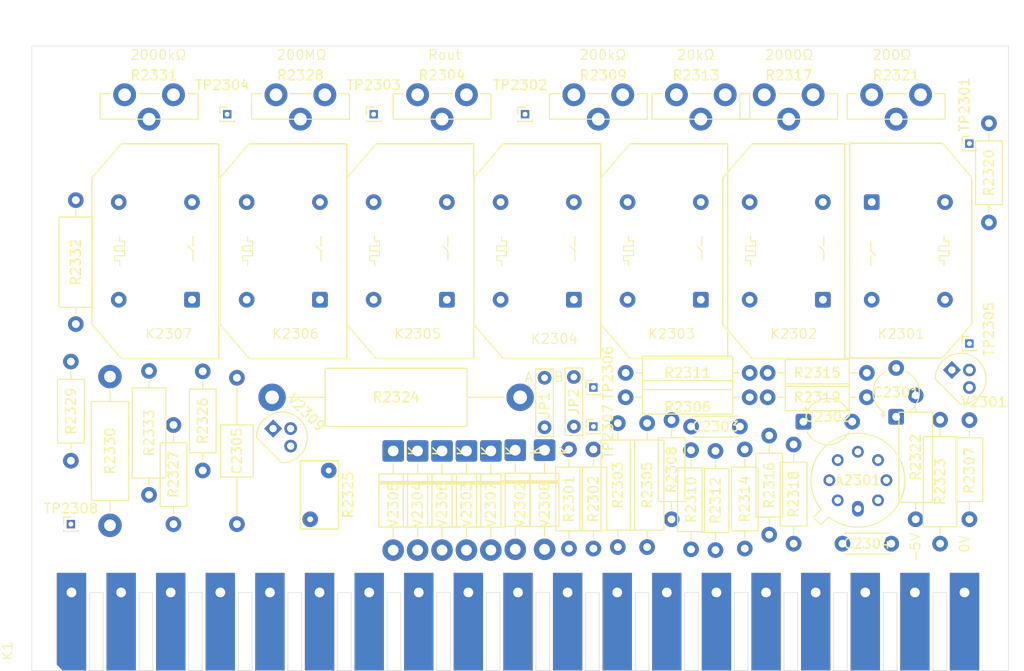
<source format=kicad_pcb>
(kicad_pcb (version 20241229) (generator "pcbnew") (generator_version "9.0")
  (title_block (title "Philips PM2528 - N23 (Current Source)") (date "2025-07-24") (rev "1.0"))
  (layers (0 "F.Cu" signal) (2 "B.Cu" signal) (13 "F.Paste" user) (15 "B.Paste" user) (5 "F.SilkS" user "F.Silkscreen") (7 "B.SilkS" user "B.Silkscreen") (1 "F.Mask" user) (3 "B.Mask" user) (25 "Edge.Cuts" user))
  (net 0 "")
  (net 2 "/_N2157")
  (net 3 "Net-(A2301-LOGIC_REFERENCE)")
  (net 4 "Net-(A2301--)")
  (net 5 "+15V")
  (net 6 "Net-(A2301-~{DISABLE})")
  (net 7 "-15V")
  (net 8 "Net-(V2301-B)")
  (net 9 "GND3")
  (net 10 "Net-(V2301-E)")
  (net 11 "Net-(V2309-B)")
  (net 12 "/Filter")
  (net 13 "Net-(JP1-A)")
  (net 14 "Net-(JP1-B)")
  (net 15 "/REL2301")
  (net 16 "/REL2304")
  (net 17 "/Iout")
  (net 20 "/REL2306")
  (net 21 "/REL2307")
  (net 22 "/N2157")
  (net 23 "/REL2303")
  (net 25 "/Vref")
  (net 26 "/REL2305")
  (net 27 "/REL2302")
  (net 28 "GND1")
  (net 29 "GND4")
  (net 30 "Net-(K2301-Pad1)")
  (net 31 "Net-(K2301-Pad5)")
  (net 32 "Net-(K2302-Pad1)")
  (net 33 "Net-(K2303-Pad1)")
  (net 34 "Net-(K2304-Pad1)")
  (net 35 "Net-(K2306-Pad5)")
  (net 36 "Net-(K2307-Pad5)")
  (net 37 "Net-(R2304-Pad3)")
  (net 38 "Net-(R2308-Pad2)")
  (net 39 "Net-(R2310-Pad2)")
  (net 40 "Net-(R2311-Pad2)")
  (net 41 "Net-(R2312-Pad2)")
  (net 42 "Net-(R2314-Pad2)")
  (net 43 "Net-(R2315-Pad2)")
  (net 44 "Net-(R2316-Pad2)")
  (net 45 "Net-(R2318-Pad2)")
  (net 46 "Net-(R2319-Pad2)")
  (net 47 "Net-(R2320-Pad2)")
  (net 48 "Net-(R2322-Pad1)")
  (net 49 "Net-(R2324-Pad2)")
  (net 50 "Net-(R2326-Pad2)")
  (net 51 "Net-(R2328-Pad2)")
  (net 52 "Net-(R2329-Pad2)")
  (net 53 "Net-(R2331-Pad2)")
  (net 54 "Net-(R2332-Pad2)")
  (footprint "PM2528:Potentiometer horizontal ceramic" (layer "F.Cu") (at 220.5 98.5 -90)
    (property "Reference" "R2309" (at -2 2 180) (layer "F.SilkS"))
    (property "Value" "22k")
    (pad "1" thru_hole circle (at 0 0 270) (size 2.34 2.34) (drill 1.3) (layers "*.Cu" "*.Mask") (net 2 "/_N2157"))
    (pad "2" thru_hole circle (at 2.5 2.5 270) (size 2.34 2.34) (drill 1.3) (layers "*.Cu" "*.Mask") (net 34 "Net-(K2304-Pad1)"))
    (pad "3" thru_hole circle (at 0 5 270) (size 2.34 2.34) (drill 1.3) (layers "*.Cu" "*.Mask") (net 38 "Net-(R2308-Pad2)"))
  )
  (footprint "Resistor_THT:R_Axial_DIN0207_L6.3mm_D2.5mm_P10.16mm_Horizontal" (layer "F.Cu") (at 258 111.58 90)
    (property "Reference" "R2320" (at 5.08 0 90) (layer "F.SilkS"))
    (property "Value" "2R15")
    (pad "1" thru_hole circle (at 0 0 90) (size 1.6 1.6) (drill 0.8) (layers "*.Cu" "*.Mask") (net 46 "Net-(R2319-Pad2)"))
    (pad "2" thru_hole circle (at 10.16 0 90) (size 1.6 1.6) (drill 0.8) (layers "*.Cu" "*.Mask") (net 47 "Net-(R2320-Pad2)"))
  )
  (footprint "Connector_PinHeader_1.00mm:PinHeader_1x01_P1.00mm_Vertical" (layer "F.Cu") (at 164 142.5)
    (property "Reference" "TP2308" (at 0 -1.61 0) (layer "F.SilkS"))
    (property "Value" "Iout")
    (pad "1" thru_hole rect (at 0 0) (size 0.85 0.85) (drill 0.5) (layers "*.Cu" "*.Mask") (net 17 "/Iout"))
  )
  (footprint "Diode_THT:D_DO-41_SOD81_P10.16mm_Horizontal" (layer "F.Cu") (at 197 135 -90)
    (property "Reference" "V2305" (at 5.5 0 90) (layer "F.SilkS"))
    (property "Value" "BAX12A")
    (fp_text user "K" (at 0 -2.1 90) (layer "F.SilkS"))
    (pad "1" thru_hole roundrect (at 0 0 270) (size 2.2 2.2) (drill 1.1) (layers "*.Cu" "*.Mask") (roundrect_rratio 0.113636) (net 29 "GND4"))
    (pad "2" thru_hole circle (at 10.16 0 270) (size 2.2 2.2) (drill 1.1) (layers "*.Cu" "*.Mask") (net 16 "/REL2304"))
  )
  (footprint "Resistor_THT:R_Axial_DIN0309_L9.0mm_D3.2mm_P12.70mm_Horizontal" (layer "F.Cu") (at 172 139.5 90)
    (property "Reference" "R2333" (at 6.35 0 90) (layer "F.SilkS"))
    (property "Value" "499k")
    (pad "1" thru_hole circle (at 0 0 90) (size 1.6 1.6) (drill 0.8) (layers "*.Cu" "*.Mask") (net 54 "Net-(R2332-Pad2)"))
    (pad "2" thru_hole circle (at 12.7 0 90) (size 1.6 1.6) (drill 0.8) (layers "*.Cu" "*.Mask") (net 17 "/Iout"))
  )
  (footprint "Resistor_THT:R_Axial_DIN0207_L6.3mm_D2.5mm_P10.16mm_Horizontal" (layer "F.Cu") (at 230 145.16 90)
    (property "Reference" "R2312" (at 5.08 0 90) (layer "F.SilkS"))
    (property "Value" "215")
    (pad "1" thru_hole circle (at 0 0 90) (size 1.6 1.6) (drill 0.8) (layers "*.Cu" "*.Mask") (net 40 "Net-(R2311-Pad2)"))
    (pad "2" thru_hole circle (at 10.16 0 90) (size 1.6 1.6) (drill 0.8) (layers "*.Cu" "*.Mask") (net 41 "Net-(R2312-Pad2)"))
  )
  (footprint "Diode_THT:D_DO-41_SOD81_P10.16mm_Horizontal" (layer "F.Cu") (at 199.5 135 -90)
    (property "Reference" "V2304" (at 5.5 0 90) (layer "F.SilkS"))
    (property "Value" "BAX12A")
    (fp_text user "K" (at 0 -2.1 90) (layer "F.SilkS"))
    (pad "1" thru_hole roundrect (at 0 0 270) (size 2.2 2.2) (drill 1.1) (layers "*.Cu" "*.Mask") (roundrect_rratio 0.113636) (net 29 "GND4"))
    (pad "2" thru_hole circle (at 10.16 0 270) (size 2.2 2.2) (drill 1.1) (layers "*.Cu" "*.Mask") (net 23 "/REL2303"))
  )
  (footprint "Connector_PinHeader_1.00mm:PinHeader_1x01_P1.00mm_Vertical" (layer "F.Cu") (at 180 100.5)
    (property "Reference" "TP2304" (at -0.5 -3 0) (layer "F.SilkS"))
    (property "Value" "~")
    (pad "1" thru_hole rect (at 0 0) (size 0.85 0.85) (drill 0.5) (layers "*.Cu" "*.Mask") (net 35 "Net-(K2306-Pad5)"))
  )
  (footprint "Resistor_THT:R_Axial_DIN0207_L6.3mm_D2.5mm_P10.16mm_Horizontal" (layer "F.Cu") (at 225.5 142 90)
    (property "Reference" "R2308" (at 5.08 0 90) (layer "F.SilkS"))
    (property "Value" "2k15")
    (pad "1" thru_hole circle (at 0 0 90) (size 1.6 1.6) (drill 0.8) (layers "*.Cu" "*.Mask") (net 2 "/_N2157"))
    (pad "2" thru_hole circle (at 10.16 0 90) (size 1.6 1.6) (drill 0.8) (layers "*.Cu" "*.Mask") (net 38 "Net-(R2308-Pad2)"))
  )
  (footprint "PM2528:Reed relay assy" (layer "F.Cu") (at 245.9 109.5)
    (property "Reference" "K2301" (at 3.1 13.5 0) (layer "F.SilkS") (effects (font (thickness 0.1))))
    (property "Value" "~")
    (pad "1" thru_hole roundrect (at 0.1 0) (size 1.6 1.6) (drill 0.8) (layers "*.Cu" "*.Mask") (roundrect_rratio 0.15625) (net 30 "Net-(K2301-Pad1)"))
    (pad "5" thru_hole circle (at 0.1 10) (size 1.6 1.6) (drill 0.8) (layers "*.Cu" "*.Mask") (net 31 "Net-(K2301-Pad5)"))
    (pad "6" thru_hole circle (at 7.6 10) (size 1.6 1.6) (drill 0.8) (layers "*.Cu" "*.Mask") (net 29 "GND4"))
    (pad "10" thru_hole circle (at 7.6 0) (size 1.6 1.6) (drill 0.8) (layers "*.Cu" "*.Mask") (net 15 "/REL2301"))
  )
  (footprint "Capacitor_THT:C_Disc_D4.3mm_W1.9mm_P5.00mm" (layer "F.Cu") (at 227.5 132.5)
    (property "Reference" "C2303" (at 2.5 0 0) (layer "F.SilkS"))
    (property "Value" "100p")
    (pad "1" thru_hole circle (at 0 0) (size 1.6 1.6) (drill 0.8) (layers "*.Cu" "*.Mask") (net 10 "Net-(V2301-E)"))
    (pad "2" thru_hole circle (at 5 0) (size 1.6 1.6) (drill 0.8) (layers "*.Cu" "*.Mask") (net 4 "Net-(A2301--)"))
  )
  (footprint "Resistor_THT:R_Axial_DIN0411_L9.9mm_D3.6mm_P15.24mm_Horizontal" (layer "F.Cu") (at 168 142.62 90)
    (property "Reference" "R2330" (at 7.62 0 90) (layer "F.SilkS"))
    (property "Value" "8M89")
    (pad "1" thru_hole circle (at 0 0 90) (size 2.4 2.4) (drill 1.2) (layers "*.Cu" "*.Mask") (net 52 "Net-(R2329-Pad2)"))
    (pad "2" thru_hole circle (at 15.24 0 90) (size 2.4 2.4) (drill 1.2) (layers "*.Cu" "*.Mask") (net 17 "/Iout"))
  )
  (footprint "Resistor_THT:R_Axial_DIN0207_L6.3mm_D2.5mm_P10.16mm_Horizontal" (layer "F.Cu") (at 227.5 145.08 90)
    (property "Reference" "R2310" (at 5.08 0 90) (layer "F.SilkS"))
    (property "Value" "2k8")
    (pad "1" thru_hole circle (at 0 0 90) (size 1.6 1.6) (drill 0.8) (layers "*.Cu" "*.Mask") (net 38 "Net-(R2308-Pad2)"))
    (pad "2" thru_hole circle (at 10.16 0 90) (size 1.6 1.6) (drill 0.8) (layers "*.Cu" "*.Mask") (net 39 "Net-(R2310-Pad2)"))
  )
  (footprint "Resistor_THT:R_Axial_DIN0207_L6.3mm_D2.5mm_P10.16mm_Horizontal" (layer "F.Cu") (at 235.5 143.58 90)
    (property "Reference" "R2316" (at 5.08 0 90) (layer "F.SilkS"))
    (property "Value" "21R5")
    (pad "1" thru_hole circle (at 0 0 90) (size 1.6 1.6) (drill 0.8) (layers "*.Cu" "*.Mask") (net 43 "Net-(R2315-Pad2)"))
    (pad "2" thru_hole circle (at 10.16 0 90) (size 1.6 1.6) (drill 0.8) (layers "*.Cu" "*.Mask") (net 44 "Net-(R2316-Pad2)"))
  )
  (footprint "PM2528:Reed relay assy" (layer "F.Cu") (at 176.5 119.5 180)
    (property "Reference" "K2307" (at 2.5 -3.5 0) (layer "F.SilkS") (effects (font (thickness 0.1))))
    (property "Value" "~")
    (pad "1" thru_hole roundrect (at 0.1 0 180) (size 1.6 1.6) (drill 0.8) (layers "*.Cu" "*.Mask") (roundrect_rratio 0.15625) (net 35 "Net-(K2306-Pad5)"))
    (pad "5" thru_hole circle (at 0.1 10 180) (size 1.6 1.6) (drill 0.8) (layers "*.Cu" "*.Mask") (net 36 "Net-(K2307-Pad5)"))
    (pad "6" thru_hole circle (at 7.6 10 180) (size 1.6 1.6) (drill 0.8) (layers "*.Cu" "*.Mask") (net 29 "GND4"))
    (pad "10" thru_hole circle (at 7.6 0 180) (size 1.6 1.6) (drill 0.8) (layers "*.Cu" "*.Mask") (net 21 "/REL2307"))
  )
  (footprint "Resistor_THT:R_Axial_DIN0309_L9.0mm_D3.2mm_P12.70mm_Horizontal" (layer "F.Cu") (at 220 144.85 90)
    (property "Reference" "R2303" (at 6.35 0 90) (layer "F.SilkS"))
    (property "Value" "200k")
    (pad "1" thru_hole circle (at 0 0 90) (size 1.6 1.6) (drill 0.8) (layers "*.Cu" "*.Mask") (net 14 "Net-(JP1-B)"))
    (pad "2" thru_hole circle (at 12.7 0 90) (size 1.6 1.6) (drill 0.8) (layers "*.Cu" "*.Mask") (net 4 "Net-(A2301--)"))
  )
  (footprint "Connector_PinHeader_1.00mm:PinHeader_1x01_P1.00mm_Vertical" (layer "F.Cu") (at 256 103.5)
    (property "Reference" "TP2301" (at -0.5 -4 90) (layer "F.SilkS"))
    (property "Value" "200Ω")
    (pad "1" thru_hole rect (at 0 0) (size 0.85 0.85) (drill 0.5) (layers "*.Cu" "*.Mask") (net 30 "Net-(K2301-Pad1)"))
  )
  (footprint "Resistor_THT:R_Axial_DIN0207_L6.3mm_D2.5mm_P10.16mm_Horizontal" (layer "F.Cu") (at 164 136 90)
    (property "Reference" "R2329" (at 5.08 0 90) (layer "F.SilkS"))
    (property "Value" "97k6")
    (pad "1" thru_hole circle (at 0 0 90) (size 1.6 1.6) (drill 0.8) (layers "*.Cu" "*.Mask") (net 51 "Net-(R2328-Pad2)"))
    (pad "2" thru_hole circle (at 10.16 0 90) (size 1.6 1.6) (drill 0.8) (layers "*.Cu" "*.Mask") (net 52 "Net-(R2329-Pad2)"))
  )
  (footprint "Connector_PinHeader_1.00mm:PinHeader_1x01_P1.00mm_Vertical" (layer "F.Cu") (at 195 100.5)
    (property "Reference" "TP2303" (at 0 -3 0) (layer "F.SilkS"))
    (property "Value" "~")
    (pad "1" thru_hole rect (at 0 0) (size 0.85 0.85) (drill 0.5) (layers "*.Cu" "*.Mask") (net 31 "Net-(K2301-Pad5)"))
  )
  (footprint "Resistor_THT:R_Axial_DIN0309_L9.0mm_D3.2mm_P12.70mm_Horizontal" (layer "F.Cu") (at 250.5 142 90)
    (property "Reference" "R2322" (at 6.35 0 90) (layer "F.SilkS"))
    (property "Value" "200")
    (pad "1" thru_hole circle (at 0 0 90) (size 1.6 1.6) (drill 0.8) (layers "*.Cu" "*.Mask") (net 48 "Net-(R2322-Pad1)"))
    (pad "2" thru_hole circle (at 12.7 0 90) (size 1.6 1.6) (drill 0.8) (layers "*.Cu" "*.Mask") (net 47 "Net-(R2320-Pad2)"))
  )
  (footprint "PM2528:PM2528_RiserCardConnector" (layer "F.Cu") (at 164.06 149.5 90)
    (property "Reference" "K1" (at -6 -6.56 90) (layer "F.SilkS") (effects (font (thickness 0.1))))
    (property "Value" "~")
    (fp_rect (start -8 1.84) (end 0 3.24) (stroke (width 0.05)) (fill no) (layer "Edge.Cuts"))
    (fp_rect (start -8 6.92) (end 0 8.32) (stroke (width 0.05)) (fill no) (layer "Edge.Cuts"))
    (fp_rect (start -8 12) (end 0 13.4) (stroke (width 0.05)) (fill no) (layer "Edge.Cuts"))
    (fp_rect (start -8 17.08) (end 0 18.48) (stroke (width 0.05)) (fill no) (layer "Edge.Cuts"))
    (fp_rect (start -8 22.16) (end 0 23.56) (stroke (width 0.05)) (fill no) (layer "Edge.Cuts"))
    (fp_rect (start -8 27.24) (end 0 28.64) (stroke (width 0.05)) (fill no) (layer "Edge.Cuts"))
    (fp_rect (start -8 32.32) (end 0 33.72) (stroke (width 0.05)) (fill no) (layer "Edge.Cuts"))
    (fp_rect (start -8 37.4) (end 0 38.8) (stroke (width 0.05)) (fill no) (layer "Edge.Cuts"))
    (fp_rect (start -8 42.48) (end 0 43.88) (stroke (width 0.05)) (fill no) (layer "Edge.Cuts"))
    (fp_rect (start -8 47.56) (end 0 48.96) (stroke (width 0.05)) (fill no) (layer "Edge.Cuts"))
    (fp_rect (start -8 52.64) (end 0 54.04) (stroke (width 0.05)) (fill no) (layer "Edge.Cuts"))
    (fp_rect (start -8 57.72) (end 0 59.12) (stroke (width 0.05)) (fill no) (layer "Edge.Cuts"))
    (fp_rect (start -8 62.8) (end 0 64.2) (stroke (width 0.05)) (fill no) (layer "Edge.Cuts"))
    (fp_rect (start -8 67.88) (end 0 69.28) (stroke (width 0.05)) (fill no) (layer "Edge.Cuts"))
    (fp_rect (start -8 72.96) (end 0 74.36) (stroke (width 0.05)) (fill no) (layer "Edge.Cuts"))
    (fp_rect (start -8 78.04) (end 0 79.44) (stroke (width 0.05)) (fill no) (layer "Edge.Cuts"))
    (fp_rect (start -8 83.12) (end 0 84.52) (stroke (width 0.05)) (fill no) (layer "Edge.Cuts"))
    (fp_rect (start -8 88.2) (end 0 89.6) (stroke (width 0.05)) (fill no) (layer "Edge.Cuts"))
    (fp_text user "-5V" (at 3 87 90) (layer "F.SilkS") (effects (font (thickness 0.1)) (justify left bottom)))
    (fp_text user "0V" (at 4 92 90) (layer "F.SilkS") (effects (font (thickness 0.1)) (justify left bottom)))
    (pad "1" thru_hole rect (at 0 91.44 90) (size 10 3) (drill 1 (offset -3 0)) (layers "*.Cu" "*.Mask") (net 9 "GND3"))
    (pad "2" thru_hole rect (at 0 86.36 90) (size 10 3) (drill 1 (offset -3 0)) (layers "*.Cu" "*.Mask"))
    (pad "3" thru_hole rect (at 0 81.28 90) (size 10 3) (drill 1 (offset -3 0)) (layers "*.Cu" "*.Mask") (net 7 "-15V"))
    (pad "4" thru_hole rect (at 0 76.2 90) (size 10 3) (drill 1 (offset -3 0)) (layers "*.Cu" "*.Mask") (net 5 "+15V"))
    (pad "5" thru_hole rect (at 0 71.12 90) (size 10 3) (drill 1 (offset -3 0)) (layers "*.Cu" "*.Mask"))
    (pad "6" thru_hole rect (at 0 66.04 90) (size 10 3) (drill 1 (offset -3 0)) (layers "*.Cu" "*.Mask"))
    (pad "7" thru_hole rect (at 0 60.96 90) (size 10 3) (drill 1 (offset -3 0)) (layers "*.Cu" "*.Mask") (net 29 "GND4"))
    (pad "8" thru_hole rect (at 0 55.88 90) (size 10 3) (drill 1 (offset -3 0)) (layers "*.Cu" "*.Mask") (net 22 "/N2157"))
    (pad "9" thru_hole rect (at 0 50.8 90) (size 10 3) (drill 1 (offset -3 0)) (layers "*.Cu" "*.Mask") (net 25 "/Vref"))
    (pad "10" thru_hole rect (at 0 45.72 90) (size 10 3) (drill 1 (offset -3 0)) (layers "*.Cu" "*.Mask") (net 15 "/REL2301"))
    (pad "11" thru_hole rect (at 0 40.64 90) (size 10 3) (drill 1 (offset -3 0)) (layers "*.Cu" "*.Mask") (net 27 "/REL2302"))
    (pad "12" thru_hole rect (at 0 35.56 90) (size 10 3) (drill 1 (offset -3 0)) (layers "*.Cu" "*.Mask") (net 23 "/REL2303"))
    (pad "13" thru_hole rect (at 0 30.48 90) (size 10 3) (drill 1 (offset -3 0)) (layers "*.Cu" "*.Mask") (net 16 "/REL2304"))
    (pad "14" thru_hole rect (at 0 25.4 90) (size 10 3) (drill 1 (offset -3 0)) (layers "*.Cu" "*.Mask") (net 26 "/REL2305"))
    (pad "15" thru_hole rect (at 0 20.32 90) (size 10 3) (drill 1 (offset -3 0)) (layers "*.Cu" "*.Mask") (net 20 "/REL2306"))
    (pad "16" thru_hole rect (at 0 15.24 90) (size 10 3) (drill 1 (offset -3 0)) (layers "*.Cu" "*.Mask") (net 21 "/REL2307"))
    (pad "17" thru_hole rect (at 0 10.16 90) (size 10 3) (drill 1 (offset -3 0)) (layers "*.Cu" "*.Mask") (net 12 "/Filter"))
    (pad "18" thru_hole rect (at 0 5.08 90) (size 10 3) (drill 1 (offset -3 0)) (layers "*.Cu" "*.Mask") (net 28 "GND1"))
    (pad "19" thru_hole roundrect (at 0 0 90) (size 10 3) (drill 1 (offset -3 0)) (layers "*.Cu" "*.Mask") (roundrect_rratio 0) (chamfer_ratio 0.2) (chamfer top_left) (net 17 "/Iout"))
  )
  (footprint "PM2528:Reed relay assy" (layer "F.Cu") (at 215.6 119.5 180)
    (property "Reference" "K2304" (at 2.1 -4 0) (layer "F.SilkS") (effects (font (thickness 0.1))))
    (property "Value" "~")
    (pad "1" thru_hole roundrect (at 0.1 0 180) (size 1.6 1.6) (drill 0.8) (layers "*.Cu" "*.Mask") (roundrect_rratio 0.15625) (net 34 "Net-(K2304-Pad1)"))
    (pad "5" thru_hole circle (at 0.1 10 180) (size 1.6 1.6) (drill 0.8) (layers "*.Cu" "*.Mask") (net 31 "Net-(K2301-Pad5)"))
    (pad "6" thru_hole circle (at 7.6 10 180) (size 1.6 1.6) (drill 0.8) (layers "*.Cu" "*.Mask") (net 29 "GND4"))
    (pad "10" thru_hole circle (at 7.6 0 180) (size 1.6 1.6) (drill 0.8) (layers "*.Cu" "*.Mask") (net 16 "/REL2304"))
  )
  (footprint "Resistor_THT:R_Axial_DIN0309_L9.0mm_D3.2mm_P12.70mm_Horizontal" (layer "F.Cu") (at 220.8 129.5)
    (property "Reference" "R2306" (at 6.35 1 0) (layer "F.SilkS"))
    (property "Value" "402k")
    (pad "1" thru_hole circle (at 0 0) (size 1.6 1.6) (drill 0.8) (layers "*.Cu" "*.Mask") (net 4 "Net-(A2301--)"))
    (pad "2" thru_hole circle (at 12.7 0) (size 1.6 1.6) (drill 0.8) (layers "*.Cu" "*.Mask") (net 10 "Net-(V2301-E)"))
  )
  (footprint "Connector_PinHeader_1.00mm:PinHeader_1x01_P1.00mm_Vertical" (layer "F.Cu") (at 210.5 100.5)
    (property "Reference" "TP2302" (at -0.5 -3 0) (layer "F.SilkS"))
    (property "Value" "MeasZero")
    (pad "1" thru_hole rect (at 0 0) (size 0.85 0.85) (drill 0.5) (layers "*.Cu" "*.Mask") (net 28 "GND1"))
  )
  (footprint "Capacitor_THT:C_Disc_D4.3mm_W1.9mm_P5.00mm" (layer "F.Cu") (at 243 144.5)
    (property "Reference" "C2304" (at 2.5 0 0) (layer "F.SilkS"))
    (property "Value" "33p")
    (pad "1" thru_hole circle (at 0 0) (size 1.6 1.6) (drill 0.8) (layers "*.Cu" "*.Mask") (net 3 "Net-(A2301-LOGIC_REFERENCE)"))
    (pad "2" thru_hole circle (at 5 0) (size 1.6 1.6) (drill 0.8) (layers "*.Cu" "*.Mask") (net 6 "Net-(A2301-~{DISABLE})"))
  )
  (footprint "Connector_PinHeader_1.00mm:PinHeader_1x01_P1.00mm_Vertical" (layer "F.Cu") (at 217.5 132.5)
    (property "Reference" "TP2307" (at 1.5 0.5 270) (layer "F.SilkS"))
    (property "Value" "Vref")
    (pad "1" thru_hole rect (at 0 0) (size 0.85 0.85) (drill 0.5) (layers "*.Cu" "*.Mask") (net 25 "/Vref"))
  )
  (footprint "PM2528:Potentiometer horizontal ceramic" (layer "F.Cu") (at 251 98.5 -90)
    (property "Reference" "R2321" (at -2 2.5 180) (layer "F.SilkS"))
    (property "Value" "33")
    (pad "1" thru_hole circle (at 0 0 270) (size 2.34 2.34) (drill 1.3) (layers "*.Cu" "*.Mask") (net 46 "Net-(R2319-Pad2)"))
    (pad "2" thru_hole circle (at 2.5 2.5 270) (size 2.34 2.34) (drill 1.3) (layers "*.Cu" "*.Mask") (net 30 "Net-(K2301-Pad1)"))
    (pad "3" thru_hole circle (at 0 5 270) (size 2.34 2.34) (drill 1.3) (layers "*.Cu" "*.Mask") (net 47 "Net-(R2320-Pad2)"))
  )
  (footprint "PM2528:Potentiometer horizontal ceramic" (layer "F.Cu") (at 231 98.5 -90)
    (property "Reference" "R2313" (at -2 3 180) (layer "F.SilkS"))
    (property "Value" "2k2")
    (pad "1" thru_hole circle (at 0 0 270) (size 2.34 2.34) (drill 1.3) (layers "*.Cu" "*.Mask") (net 40 "Net-(R2311-Pad2)"))
    (pad "2" thru_hole circle (at 2.5 2.5 270) (size 2.34 2.34) (drill 1.3) (layers "*.Cu" "*.Mask") (net 33 "Net-(K2303-Pad1)"))
    (pad "3" thru_hole circle (at 0 5 270) (size 2.34 2.34) (drill 1.3) (layers "*.Cu" "*.Mask") (net 41 "Net-(R2312-Pad2)"))
  )
  (footprint "Resistor_THT:R_Axial_DIN0207_L6.3mm_D2.5mm_P10.16mm_Horizontal" (layer "F.Cu") (at 238 144.5 90)
    (property "Reference" "R2318" (at 5.08 0 90) (layer "F.SilkS"))
    (property "Value" "28")
    (pad "1" thru_hole circle (at 0 0 90) (size 1.6 1.6) (drill 0.8) (layers "*.Cu" "*.Mask") (net 44 "Net-(R2316-Pad2)"))
    (pad "2" thru_hole circle (at 10.16 0 90) (size 1.6 1.6) (drill 0.8) (layers "*.Cu" "*.Mask") (net 45 "Net-(R2318-Pad2)"))
  )
  (footprint "Diode_THT:D_DO-41_SOD81_P10.16mm_Horizontal" (layer "F.Cu") (at 212.5 134.92 -90)
    (property "Reference" "V2308" (at 5.58 0 90) (layer "F.SilkS"))
    (property "Value" "BAX12A")
    (fp_text user "K" (at 0 -2.1 90) (layer "F.SilkS"))
    (pad "1" thru_hole roundrect (at 0 0 270) (size 2.2 2.2) (drill 1.1) (layers "*.Cu" "*.Mask") (roundrect_rratio 0.113636) (net 29 "GND4"))
    (pad "2" thru_hole circle (at 10.16 0 270) (size 2.2 2.2) (drill 1.1) (layers "*.Cu" "*.Mask") (net 21 "/REL2307"))
  )
  (footprint "PM2528:Potentiometer horizontal ceramic" (layer "F.Cu") (at 174.5 98.5 -90)
    (property "Reference" "R2331" (at -2 2 180) (layer "F.SilkS"))
    (property "Value" "4k7")
    (pad "1" thru_hole circle (at 0 0 270) (size 2.34 2.34) (drill 1.3) (layers "*.Cu" "*.Mask") (net 36 "Net-(K2307-Pad5)"))
    (pad "2" thru_hole circle (at 2.5 2.5 270) (size 2.34 2.34) (drill 1.3) (layers "*.Cu" "*.Mask") (net 53 "Net-(R2331-Pad2)"))
    (pad "3" thru_hole circle (at 0 5 270) (size 2.34 2.34) (drill 1.3) (layers "*.Cu" "*.Mask") (net 53 "Net-(R2331-Pad2)"))
  )
  (footprint "Resistor_THT:R_Axial_DIN0207_L6.3mm_D2.5mm_P10.16mm_Horizontal" (layer "F.Cu") (at 217.5 145 90)
    (property "Reference" "R2302" (at 5.08 0 90) (layer "F.SilkS"))
    (property "Value" "487")
    (pad "1" thru_hole circle (at 0 0 90) (size 1.6 1.6) (drill 0.8) (layers "*.Cu" "*.Mask") (net 13 "Net-(JP1-A)"))
    (pad "2" thru_hole circle (at 10.16 0 90) (size 1.6 1.6) (drill 0.8) (layers "*.Cu" "*.Mask") (net 14 "Net-(JP1-B)"))
  )
  (footprint "TestPoint:TestPoint_Bridge_Pitch5.08mm_Drill0.7mm" (layer "F.Cu") (at 212.5 127.5 -90)
    (property "Reference" "JP1" (at 2.8 0 90) (layer "F.SilkS"))
    (property "Value" "A")
    (pad "1" thru_hole circle (at 0 0 270) (size 1.4 1.4) (drill 0.7) (layers "*.Cu" "*.Mask") (net 13 "Net-(JP1-A)"))
    (pad "1" thru_hole circle (at 5.08 0 270) (size 1.4 1.4) (drill 0.7) (layers "*.Cu" "*.Mask") (net 13 "Net-(JP1-A)"))
  )
  (footprint "Connector_PinHeader_1.00mm:PinHeader_1x01_P1.00mm_Vertical" (layer "F.Cu") (at 217.5 128.5)
    (property "Reference" "TP2306" (at 1.5 -1.5 90) (layer "F.SilkS"))
    (property "Value" "N2157")
    (pad "1" thru_hole rect (at 0 0) (size 0.85 0.85) (drill 0.5) (layers "*.Cu" "*.Mask") (net 22 "/N2157"))
  )
  (footprint "Resistor_THT:R_Axial_DIN0614_L14.3mm_D5.7mm_P25.40mm_Horizontal" (layer "F.Cu") (at 184.6 129.5)
    (property "Reference" "R2324" (at 12.7 0 0) (layer "F.SilkS"))
    (property "Value" "330")
    (pad "1" thru_hole circle (at 0 0) (size 2.8 2.8) (drill 1.4) (layers "*.Cu" "*.Mask") (net 11 "Net-(V2309-B)"))
    (pad "2" thru_hole circle (at 25.4 0) (size 2.8 2.8) (drill 1.4) (layers "*.Cu" "*.Mask") (net 49 "Net-(R2324-Pad2)"))
  )
  (footprint "Resistor_THT:R_Axial_DIN0309_L9.0mm_D3.2mm_P12.70mm_Horizontal" (layer "F.Cu") (at 220.8 127)
    (property "Reference" "R2311" (at 6.35 0 0) (layer "F.SilkS"))
    (property "Value" "357k")
    (pad "1" thru_hole circle (at 0 0) (size 1.6 1.6) (drill 0.8) (layers "*.Cu" "*.Mask") (net 39 "Net-(R2310-Pad2)"))
    (pad "2" thru_hole circle (at 12.7 0) (size 1.6 1.6) (drill 0.8) (layers "*.Cu" "*.Mask") (net 40 "Net-(R2311-Pad2)"))
  )
  (footprint "PM2528:Reed relay assy" (layer "F.Cu") (at 241.1 119.5 180)
    (property "Reference" "K2302" (at 3.1 -3.5 0) (layer "F.SilkS") (effects (font (thickness 0.1))))
    (property "Value" "~")
    (pad "1" thru_hole roundrect (at 0.1 0 180) (size 1.6 1.6) (drill 0.8) (layers "*.Cu" "*.Mask") (roundrect_rratio 0.15625) (net 32 "Net-(K2302-Pad1)"))
    (pad "5" thru_hole circle (at 0.1 10 180) (size 1.6 1.6) (drill 0.8) (layers "*.Cu" "*.Mask") (net 31 "Net-(K2301-Pad5)"))
    (pad "6" thru_hole circle (at 7.6 10 180) (size 1.6 1.6) (drill 0.8) (layers "*.Cu" "*.Mask") (net 29 "GND4"))
    (pad "10" thru_hole circle (at 7.6 0 180) (size 1.6 1.6) (drill 0.8) (layers "*.Cu" "*.Mask") (net 27 "/REL2302"))
  )
  (footprint "Resistor_THT:R_Axial_DIN0207_L6.3mm_D2.5mm_P10.16mm_Horizontal" (layer "F.Cu") (at 174.5 142.5 90)
    (property "Reference" "R2327" (at 5.08 0 90) (layer "F.SilkS"))
    (property "Value" "3R32")
    (pad "1" thru_hole circle (at 0 0 90) (size 1.6 1.6) (drill 0.8) (layers "*.Cu" "*.Mask") (net 50 "Net-(R2326-Pad2)"))
    (pad "2" thru_hole circle (at 10.16 0 90) (size 1.6 1.6) (drill 0.8) (layers "*.Cu" "*.Mask") (net 28 "GND1"))
  )
  (footprint "PM2528:Reed relay assy" (layer "F.Cu") (at 228.6 119.5 180)
    (property "Reference" "K2303" (at 3.1 -3.5 0) (layer "F.SilkS") (effects (font (thickness 0.1))))
    (property "Value" "~")
    (pad "1" thru_hole roundrect (at 0.1 0 180) (size 1.6 1.6) (drill 0.8) (layers "*.Cu" "*.Mask") (roundrect_rratio 0.15625) (net 33 "Net-(K2303-Pad1)"))
    (pad "5" thru_hole circle (at 0.1 10 180) (size 1.6 1.6) (drill 0.8) (layers "*.Cu" "*.Mask") (net 31 "Net-(K2301-Pad5)"))
    (pad "6" thru_hole circle (at 7.6 10 180) (size 1.6 1.6) (drill 0.8) (layers "*.Cu" "*.Mask") (net 29 "GND4"))
    (pad "10" thru_hole circle (at 7.6 0 180) (size 1.6 1.6) (drill 0.8) (layers "*.Cu" "*.Mask") (net 23 "/REL2303"))
  )
  (footprint "PM2528:Potentiometer horizontal ceramic" (layer "F.Cu") (at 204.5 98.5 -90)
    (property "Reference" "R2304" (at -2 2.5 0) (layer "F.SilkS"))
    (property "Value" "1K5")
    (pad "1" thru_hole circle (at 0 0 270) (size 2.34 2.34) (drill 1.3) (layers "*.Cu" "*.Mask") (net 22 "/N2157"))
    (pad "2" thru_hole circle (at 2.5 2.5 270) (size 2.34 2.34) (drill 1.3) (layers "*.Cu" "*.Mask") (net 22 "/N2157"))
    (pad "3" thru_hole circle (at 0 5 270) (size 2.34 2.34) (drill 1.3) (layers "*.Cu" "*.Mask") (net 37 "Net-(R2304-Pad3)"))
  )
  (footprint "Diode_THT:D_DO-41_SOD81_P10.16mm_Horizontal" (layer "F.Cu") (at 209.5 134.92 -90)
    (property "Reference" "V2302" (at 5.58 -0.5 90) (layer "F.SilkS"))
    (property "Value" "BAX12A")
    (fp_text user "K" (at 0 -2.1 90) (layer "F.SilkS"))
    (pad "1" thru_hole roundrect (at 0 0 270) (size 2.2 2.2) (drill 1.1) (layers "*.Cu" "*.Mask") (roundrect_rratio 0.113636) (net 29 "GND4"))
    (pad "2" thru_hole circle (at 10.16 0 270) (size 2.2 2.2) (drill 1.1) (layers "*.Cu" "*.Mask") (net 15 "/REL2301"))
  )
  (footprint "Capacitor_THT:CP_Radial_Tantal_D4.5mm_P5.00mm" (layer "F.Cu") (at 239 132)
    (property "Reference" "C2302" (at 2.5 -0.5 0) (layer "F.SilkS"))
    (property "Value" "4u7")
    (pad "1" thru_hole roundrect (at 0 0) (size 1.6 1.6) (drill 0.8) (layers "*.Cu" "*.Mask") (roundrect_rratio 0.15625) (net 5 "+15V"))
    (pad "2" thru_hole circle (at 5 0) (size 1.6 1.6) (drill 0.8) (layers "*.Cu" "*.Mask") (net 9 "GND3"))
  )
  (footprint "TestPoint:TestPoint_Bridge_Pitch5.08mm_Drill0.7mm" (layer "F.Cu") (at 215.5 132.5 90)
    (property "Reference" "JP2" (at 2.54 0 90) (layer "F.SilkS"))
    (property "Value" "B")
    (pad "1" thru_hole circle (at 0 0 90) (size 1.4 1.4) (drill 0.7) (layers "*.Cu" "*.Mask") (net 14 "Net-(JP1-B)"))
    (pad "1" thru_hole circle (at 5.08 0 90) (size 1.4 1.4) (drill 0.7) (layers "*.Cu" "*.Mask") (net 14 "Net-(JP1-B)"))
  )
  (footprint "Resistor_THT:R_Axial_DIN0309_L9.0mm_D3.2mm_P12.70mm_Horizontal" (layer "F.Cu") (at 164.5 122 90)
    (property "Reference" "R2332" (at 6.35 0 90) (layer "F.SilkS"))
    (property "Value" "499k")
    (pad "1" thru_hole circle (at 0 0 90) (size 1.6 1.6) (drill 0.8) (layers "*.Cu" "*.Mask") (net 53 "Net-(R2331-Pad2)"))
    (pad "2" thru_hole circle (at 12.7 0 90) (size 1.6 1.6) (drill 0.8) (layers "*.Cu" "*.Mask") (net 54 "Net-(R2332-Pad2)"))
  )
  (footprint "Resistor_THT:R_Axial_DIN0207_L6.3mm_D2.5mm_P10.16mm_Horizontal" (layer "F.Cu") (at 215 145 90)
    (property "Reference" "R2301" (at 5.08 0 90) (layer "F.SilkS"))
    (property "Value" "487")
    (pad "1" thru_hole circle (at 0 0 90) (size 1.6 1.6) (drill 0.8) (layers "*.Cu" "*.Mask") (net 25 "/Vref"))
    (pad "2" thru_hole circle (at 10.16 0 90) (size 1.6 1.6) (drill 0.8) (layers "*.Cu" "*.Mask") (net 13 "Net-(JP1-A)"))
  )
  (footprint "Resistor_THT:R_Axial_DIN0207_L6.3mm_D2.5mm_P10.16mm_Horizontal" (layer "F.Cu") (at 177.5 137 90)
    (property "Reference" "R2326" (at 5.08 0 90) (layer "F.SilkS"))
    (property "Value" "898")
    (pad "1" thru_hole circle (at 0 0 90) (size 1.6 1.6) (drill 0.8) (layers "*.Cu" "*.Mask") (net 35 "Net-(K2306-Pad5)"))
    (pad "2" thru_hole circle (at 10.16 0 90) (size 1.6 1.6) (drill 0.8) (layers "*.Cu" "*.Mask") (net 50 "Net-(R2326-Pad2)"))
  )
  (footprint "Varistor:RV_Disc_D7mm_W3.9mm_P5mm" (layer "F.Cu") (at 188.5 142 90)
    (property "Reference" "R2325" (at 2.5 3.9 90) (layer "F.SilkS"))
    (property "Value" "100")
    (pad "1" thru_hole circle (at 0 0 90) (size 1.6 1.6) (drill 0.6) (layers "*.Cu" "*.Mask") (net 49 "Net-(R2324-Pad2)"))
    (pad "2" thru_hole circle (at 5 1.9 90) (size 1.6 1.6) (drill 0.6) (layers "*.Cu" "*.Mask") (net 17 "/Iout"))
  )
  (footprint "PM2528:Potentiometer horizontal ceramic" (layer "F.Cu") (at 240 98.5 -90)
    (property "Reference" "R2317" (at -2 2.5 180) (layer "F.SilkS"))
    (property "Value" "220")
    (pad "1" thru_hole circle (at 0 0 270) (size 2.34 2.34) (drill 1.3) (layers "*.Cu" "*.Mask") (net 43 "Net-(R2315-Pad2)"))
    (pad "2" thru_hole circle (at 2.5 2.5 270) (size 2.34 2.34) (drill 1.3) (layers "*.Cu" "*.Mask") (net 32 "Net-(K2302-Pad1)"))
    (pad "3" thru_hole circle (at 0 5 270) (size 2.34 2.34) (drill 1.3) (layers "*.Cu" "*.Mask") (net 44 "Net-(R2316-Pad2)"))
  )
  (footprint "Resistor_THT:R_Axial_DIN0207_L6.3mm_D2.5mm_P10.16mm_Horizontal" (layer "F.Cu") (at 256 142 90)
    (property "Reference" "R2307" (at 5 0 90) (layer "F.SilkS"))
    (property "Value" "38k3")
    (pad "1" thru_hole circle (at 0 0 90) (size 1.6 1.6) (drill 0.8) (layers "*.Cu" "*.Mask") (net 5 "+15V"))
    (pad "2" thru_hole circle (at 10.16 0 90) (size 1.6 1.6) (drill 0.8) (layers "*.Cu" "*.Mask") (net 10 "Net-(V2301-E)"))
  )
  (footprint "Resistor_THT:R_Axial_DIN0207_L6.3mm_D2.5mm_P10.16mm_Horizontal" (layer "F.Cu") (at 235.34 129.5)
    (property "Reference" "R2319" (at 5.08 0 0) (layer "F.SilkS"))
    (property "Value" "3k57")
    (pad "1" thru_hole circle (at 0 0) (size 1.6 1.6) (drill 0.8) (layers "*.Cu" "*.Mask") (net 45 "Net-(R2318-Pad2)"))
    (pad "2" thru_hole circle (at 10.16 0) (size 1.6 1.6) (drill 0.8) (layers "*.Cu" "*.Mask") (net 46 "Net-(R2319-Pad2)"))
  )
  (footprint "Package_TO_SOT_THT:TO-99-8" (layer "F.Cu") (at 244.58 140.92 90)
    (property "Reference" "A2301" (at 2.92 0 180) (layer "F.SilkS"))
    (property "Value" "LM208AH")
    (pad "1" thru_hole oval (at 0 0 90) (size 1.6 1.2) (drill 0.7) (layers "*.Cu" "*.Mask") (net 3 "Net-(A2301-LOGIC_REFERENCE)"))
    (pad "2" thru_hole circle (at 0.855248 2.064752 90) (size 1.2 1.2) (drill 0.7) (layers "*.Cu" "*.Mask") (net 4 "Net-(A2301--)"))
    (pad "3" thru_hole circle (at 2.92 2.92 90) (size 1.2 1.2) (drill 0.7) (layers "*.Cu" "*.Mask") (net 2 "/_N2157"))
    (pad "4" thru_hole circle (at 4.984752 2.064752 90) (size 1.2 1.2) (drill 0.7) (layers "*.Cu" "*.Mask") (net 7 "-15V"))
    (pad "5" thru_hole circle (at 5.840001 0 90) (size 1.2 1.2) (drill 0.7) (layers "*.Cu" "*.Mask"))
    (pad "6" thru_hole circle (at 4.984752 -2.064752 90) (size 1.2 1.2) (drill 0.7) (layers "*.Cu" "*.Mask") (net 8 "Net-(V2301-B)"))
    (pad "7" thru_hole circle (at 2.92 -2.92 90) (size 1.2 1.2) (drill 0.7) (layers "*.Cu" "*.Mask") (net 5 "+15V"))
    (pad "8" thru_hole circle (at 0.855248 -2.064752 90) (size 1.2 1.2) (drill 0.7) (layers "*.Cu" "*.Mask") (net 6 "Net-(A2301-~{DISABLE})"))
  )
  (footprint "Diode_THT:D_DO-41_SOD81_P10.16mm_Horizontal" (layer "F.Cu") (at 207 135 -90)
    (property "Reference" "V2307" (at 5.5 0 90) (layer "F.SilkS"))
    (property "Value" "BAX12A")
    (fp_text user "K" (at 0 -2.1 90) (layer "F.SilkS"))
    (pad "1" thru_hole roundrect (at 0 0 270) (size 2.2 2.2) (drill 1.1) (layers "*.Cu" "*.Mask") (roundrect_rratio 0.113636) (net 29 "GND4"))
    (pad "2" thru_hole circle (at 10.16 0 270) (size 2.2 2.2) (drill 1.1) (layers "*.Cu" "*.Mask") (net 20 "/REL2306"))
  )
  (footprint "Package_TO_SOT_THT:TO-92" (layer "F.Cu") (at 254.203949 126.703949 -45)
    (property "Reference" "V2301" (at 4.66132 0 0) (layer "F.SilkS"))
    (property "Value" "BC557B")
    (pad "1" thru_hole rect (at 0 0 315) (size 1.3 1.3) (drill 0.75) (layers "*.Cu" "*.Mask") (net 7 "-15V"))
    (pad "2" thru_hole circle (at 1.27 -1.27 315) (size 1.3 1.3) (drill 0.75) (layers "*.Cu" "*.Mask") (net 8 "Net-(V2301-B)"))
    (pad "3" thru_hole circle (at 2.54 0 315) (size 1.3 1.3) (drill 0.75) (layers "*.Cu" "*.Mask") (net 10 "Net-(V2301-E)"))
  )
  (footprint "PM2528:Reed relay assy" (layer "F.Cu") (at 189.6 119.5 180)
    (property "Reference" "K2306" (at 2.6 -3.5 0) (layer "F.SilkS") (effects (font (thickness 0.1))))
    (property "Value" "~")
    (pad "1" thru_hole roundrect (at 0.1 0 180) (size 1.6 1.6) (drill 0.8) (layers "*.Cu" "*.Mask") (roundrect_rratio 0.15625) (net 31 "Net-(K2301-Pad5)"))
    (pad "5" thru_hole circle (at 0.1 10 180) (size 1.6 1.6) (drill 0.8) (layers "*.Cu" "*.Mask") (net 35 "Net-(K2306-Pad5)"))
    (pad "6" thru_hole circle (at 7.6 10 180) (size 1.6 1.6) (drill 0.8) (layers "*.Cu" "*.Mask") (net 29 "GND4"))
    (pad "10" thru_hole circle (at 7.6 0 180) (size 1.6 1.6) (drill 0.8) (layers "*.Cu" "*.Mask") (net 20 "/REL2306"))
  )
  (footprint "Resistor_THT:R_Axial_DIN0207_L6.3mm_D2.5mm_P10.16mm_Horizontal" (layer "F.Cu") (at 235.34 127)
    (property "Reference" "R2315" (at 5.08 0 0) (layer "F.SilkS"))
    (property "Value" "35k7")
    (pad "1" thru_hole circle (at 0 0) (size 1.6 1.6) (drill 0.8) (layers "*.Cu" "*.Mask") (net 42 "Net-(R2314-Pad2)"))
    (pad "2" thru_hole circle (at 10.16 0) (size 1.6 1.6) (drill 0.8) (layers "*.Cu" "*.Mask") (net 43 "Net-(R2315-Pad2)"))
  )
  (footprint "PM2528:Potentiometer horizontal ceramic" (layer "F.Cu") (at 190 98.5 -90)
    (property "Reference" "R2328" (at -2 2.5 180) (layer "F.SilkS"))
    (property "Value" "100k")
    (pad "1" thru_hole circle (at 0 0 270) (size 2.34 2.34) (drill 1.3) (layers "*.Cu" "*.Mask") (net 35 "Net-(K2306-Pad5)"))
    (pad "2" thru_hole circle (at 2.5 2.5 270) (size 2.34 2.34) (drill 1.3) (layers "*.Cu" "*.Mask") (net 51 "Net-(R2328-Pad2)"))
    (pad "3" thru_hole circle (at 0 5 270) (size 2.34 2.34) (drill 1.3) (layers "*.Cu" "*.Mask") (net 51 "Net-(R2328-Pad2)"))
  )
  (footprint "Resistor_THT:R_Axial_DIN0309_L9.0mm_D3.2mm_P12.70mm_Horizontal" (layer "F.Cu") (at 223 144.85 90)
    (property "Reference" "R2305" (at 6.35 0 90) (layer "F.SilkS"))
    (property "Value" "200k")
    (pad "1" thru_hole circle (at 0 0 90) (size 1.6 1.6) (drill 0.8) (layers "*.Cu" "*.Mask") (net 37 "Net-(R2304-Pad3)"))
    (pad "2" thru_hole circle (at 12.7 0 90) (size 1.6 1.6) (drill 0.8) (layers "*.Cu" "*.Mask") (net 2 "/_N2157"))
  )
  (footprint "Diode_THT:D_DO-41_SOD81_P10.16mm_Horizontal" (layer "F.Cu") (at 204.5 135 -90)
    (property "Reference" "V2303" (at 5.5 0 90) (layer "F.SilkS"))
    (property "Value" "BAX12A")
    (fp_text user "K" (at 0 -2.1 90) (layer "F.SilkS"))
    (pad "1" thru_hole roundrect (at 0 0 270) (size 2.2 2.2) (drill 1.1) (layers "*.Cu" "*.Mask") (roundrect_rratio 0.113636) (net 29 "GND4"))
    (pad "2" thru_hole circle (at 10.16 0 270) (size 2.2 2.2) (drill 1.1) (layers "*.Cu" "*.Mask") (net 27 "/REL2302"))
  )
  (footprint "Connector_PinHeader_1.00mm:PinHeader_1x01_P1.00mm_Vertical" (layer "F.Cu") (at 256 124)
    (property "Reference" "TP2305" (at 2 -1.5 90) (layer "F.SilkS"))
    (property "Value" "~")
    (pad "1" thru_hole rect (at 0 0) (size 0.85 0.85) (drill 0.5) (layers "*.Cu" "*.Mask") (net 10 "Net-(V2301-E)"))
  )
  (footprint "Diode_THT:D_DO-41_SOD81_P10.16mm_Horizontal" (layer "F.Cu") (at 202 135 -90)
    (property "Reference" "V2306" (at 5.5 0 90) (layer "F.SilkS"))
    (property "Value" "BAX12A")
    (fp_text user "K" (at 0 -2.1 90) (layer "F.SilkS"))
    (pad "1" thru_hole roundrect (at 0 0 270) (size 2.2 2.2) (drill 1.1) (layers "*.Cu" "*.Mask") (roundrect_rratio 0.113636) (net 29 "GND4"))
    (pad "2" thru_hole circle (at 10.16 0 270) (size 2.2 2.2) (drill 1.1) (layers "*.Cu" "*.Mask") (net 26 "/REL2305"))
  )
  (footprint "Resistor_THT:R_Axial_DIN0207_L6.3mm_D2.5mm_P10.16mm_Horizontal" (layer "F.Cu") (at 233 145 90)
    (property "Reference" "R2314" (at 5.08 0 90) (layer "F.SilkS"))
    (property "Value" "280")
    (pad "1" thru_hole circle (at 0 0 90) (size 1.6 1.6) (drill 0.8) (layers "*.Cu" "*.Mask") (net 41 "Net-(R2312-Pad2)"))
    (pad "2" thru_hole circle (at 10.16 0 90) (size 1.6 1.6) (drill 0.8) (layers "*.Cu" "*.Mask") (net 42 "Net-(R2314-Pad2)"))
  )
  (footprint "Resistor_THT:R_Axial_DIN0309_L9.0mm_D3.2mm_P12.70mm_Horizontal" (layer "F.Cu") (at 253 144.5 90)
    (property "Reference" "R2323" (at 6.35 0 90) (layer "F.SilkS"))
    (property "Value" "200")
    (pad "1" thru_hole circle (at 0 0 90) (size 1.6 1.6) (drill 0.8) (layers "*.Cu" "*.Mask") (net 10 "Net-(V2301-E)"))
    (pad "2" thru_hole circle (at 12.7 0 90) (size 1.6 1.6) (drill 0.8) (layers "*.Cu" "*.Mask") (net 48 "Net-(R2322-Pad1)"))
  )
  (footprint "Package_TO_SOT_THT:TO-92" (layer "F.Cu") (at 184.703949 132.703949 -45)
    (property "Reference" "V2309" (at 1.27 -3.560001 135) (layer "F.SilkS"))
    (property "Value" "BC337")
    (pad "1" thru_hole rect (at 0 0 315) (size 1.3 1.3) (drill 0.75) (layers "*.Cu" "*.Mask") (net 11 "Net-(V2309-B)"))
    (pad "2" thru_hole circle (at 1.27 -1.27 315) (size 1.3 1.3) (drill 0.75) (layers "*.Cu" "*.Mask") (net 11 "Net-(V2309-B)"))
    (pad "3" thru_hole circle (at 2.54 0 315) (size 1.3 1.3) (drill 0.75) (layers "*.Cu" "*.Mask") (net 28 "GND1"))
  )
  (footprint "Capacitor_THT:C_Axial_L5.1mm_D3.1mm_P15.00mm_Horizontal" (layer "F.Cu") (at 181 142.5 90)
    (property "Reference" "C2305" (at 7.5 0 90) (layer "F.SilkS"))
    (property "Value" "1n33")
    (pad "1" thru_hole circle (at 0 0 90) (size 1.6 1.6) (drill 0.8) (layers "*.Cu" "*.Mask") (net 11 "Net-(V2309-B)"))
    (pad "2" thru_hole circle (at 15 0 90) (size 1.6 1.6) (drill 0.8) (layers "*.Cu" "*.Mask") (net 12 "/Filter"))
  )
  (footprint "PM2528:Reed relay assy" (layer "F.Cu") (at 202.6 119.5 180)
    (property "Reference" "K2305" (at 3.1 -3.5 0) (layer "F.SilkS") (effects (font (thickness 0.1))))
    (property "Value" "~")
    (pad "1" thru_hole roundrect (at 0.1 0 180) (size 1.6 1.6) (drill 0.8) (layers "*.Cu" "*.Mask") (roundrect_rratio 0.15625) (net 11 "Net-(V2309-B)"))
    (pad "5" thru_hole circle (at 0.1 10 180) (size 1.6 1.6) (drill 0.8) (layers "*.Cu" "*.Mask") (net 31 "Net-(K2301-Pad5)"))
    (pad "6" thru_hole circle (at 7.6 10 180) (size 1.6 1.6) (drill 0.8) (layers "*.Cu" "*.Mask") (net 29 "GND4"))
    (pad "10" thru_hole circle (at 7.6 0 180) (size 1.6 1.6) (drill 0.8) (layers "*.Cu" "*.Mask") (net 26 "/REL2305"))
  )
  (footprint "Capacitor_THT:CP_Radial_Tantal_D4.5mm_P5.00mm" (layer "F.Cu") (at 248.5 131.5 90)
    (property "Reference" "C2301" (at 2.5 0 0) (layer "F.SilkS"))
    (property "Value" "4u7")
    (pad "1" thru_hole roundrect (at 0 0 90) (size 1.6 1.6) (drill 0.8) (layers "*.Cu" "*.Mask") (roundrect_rratio 0.15625) (net 9 "GND3"))
    (pad "2" thru_hole circle (at 5 0 90) (size 1.6 1.6) (drill 0.8) (layers "*.Cu" "*.Mask") (net 7 "-15V"))
  )
  (gr_rect (start 160 93.5) (end 260 157.5) (stroke (width 0.05)) (fill no) (layer "Edge.Cuts"))
  (gr_text "20kΩ" (at 226 95 0) (layer "F.SilkS") (effects (font (size 1 1) (thickness 0.1)) (justify left bottom)))
  (gr_text "A" (at 210.4 128 0) (layer "F.SilkS") (effects (font (size 1 1) (thickness 0.1)) (justify left bottom)))
  (gr_text "200Ω" (at 246 95 0) (layer "F.SilkS") (effects (font (size 1 1) (thickness 0.1)) (justify left bottom)))
  (gr_text "Rout" (at 200.5 95 0) (layer "F.SilkS") (effects (font (size 1 1) (thickness 0.1)) (justify left bottom)))
  (gr_text "B" (at 213.4 128 0) (layer "F.SilkS") (effects (font (size 1 1) (thickness 0.1)) (justify left bottom)))
  (gr_text "200kΩ" (at 216 95 0) (layer "F.SilkS") (effects (font (size 1 1) (thickness 0.1)) (justify left bottom)))
  (gr_text "200MΩ" (at 185 95 0) (layer "F.SilkS") (effects (font (size 1 1) (thickness 0.1)) (justify left bottom)))
  (gr_text "2000Ω" (at 235 95 0) (layer "F.SilkS") (effects (font (size 1 1) (thickness 0.1)) (justify left bottom)))
  (gr_text "2000kΩ" (at 170 95 0) (layer "F.SilkS") (effects (font (size 1 1) (thickness 0.1)) (justify left bottom)))
)
</source>
